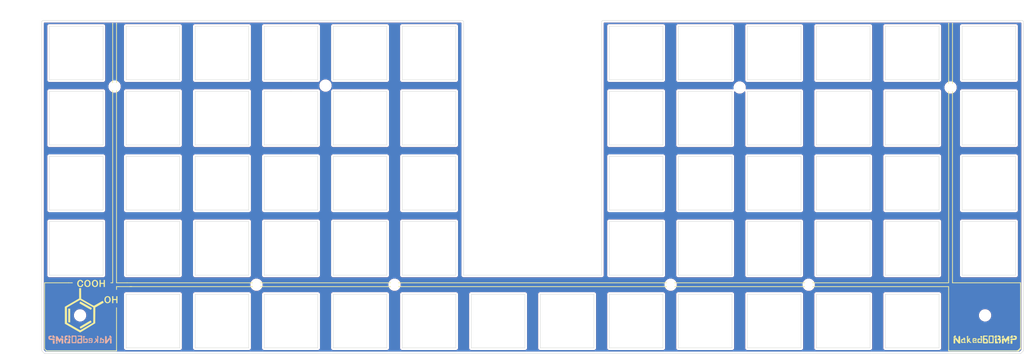
<source format=kicad_pcb>
(kicad_pcb (version 20171130) (host pcbnew "(5.0.1)-3")
  (layers (0 F.Cu signal) (31 B.Cu signal) (34 B.Paste user) (35 F.Paste user) (36 B.SilkS user) (37 F.SilkS user) (38 B.Mask user) (39 F.Mask user) (44 Edge.Cuts user))
  (net 0 "")
  (module logos:salicylic-acid2s (layer F.Cu) (at 32.25 151.75)
    (fp_text reference G*** hide)
    (fp_text value LOGO hide)
  )
  (module logos:60BMPs (layer F.Cu) (at 264.5 161.25)
    (fp_text reference G*** hide)
    (fp_text value LOGO hide)
  )
  (module Mounting_Holes:MountingHole_2.2mm_M2 (layer F.Cu) (at 92.5 95)
    (fp_text reference REF** hide)
    (fp_text value MountingHole_2.2mm_M2)
    (pad 1 np_thru_hole circle (at 0 0) (size 2.2 2.2) (drill 2.2) (layers *.Cu *.Mask))
  )
  (module Mounting_Holes:MountingHole_2.2mm_M2 (layer F.Cu) (at 37.5 95.25)
    (fp_text reference REF** hide)
    (fp_text value MountingHole_2.2mm_M2)
    (pad 1 np_thru_hole circle (at 0 0) (size 2.2 2.2) (drill 2.2) (layers *.Cu *.Mask))
  )
  (module Mounting_Holes:MountingHole_2.2mm_M2 (layer F.Cu) (at 255.5 95.5)
    (fp_text reference REF** hide)
    (fp_text value MountingHole_2.2mm_M2)
    (pad 1 np_thru_hole circle (at 0 0) (size 2.2 2.2) (drill 2.2) (layers *.Cu *.Mask))
  )
  (module Mounting_Holes:MountingHole_2.2mm_M2 (layer F.Cu) (at 200.5 95.5)
    (fp_text reference REF** hide)
    (fp_text value MountingHole_2.2mm_M2)
    (pad 1 np_thru_hole circle (at 0 0) (size 2.2 2.2) (drill 2.2) (layers *.Cu *.Mask))
  )
  (module Mounting_Holes:MountingHole_2.2mm_M2 (layer F.Cu) (at 28.5 155)
    (fp_text reference REF** hide)
    (fp_text value MountingHole_2.2mm_M2)
    (pad 1 np_thru_hole circle (at 0 0) (size 2.2 2.2) (drill 2.2) (layers *.Cu *.Mask))
  )
  (module Mounting_Holes:MountingHole_2.2mm_M2 (layer F.Cu) (at 264.5 155)
    (fp_text reference REF** hide)
    (fp_text value MountingHole_2.2mm_M2)
    (pad 1 np_thru_hole circle (at 0 0) (size 2.2 2.2) (drill 2.2) (layers *.Cu *.Mask))
  )
  (module Mounting_Holes:MountingHole_2.2mm_M2 (layer F.Cu) (at 74.5 147)
    (fp_text reference REF** hide)
    (fp_text value MountingHole_2.2mm_M2)
    (pad 1 np_thru_hole circle (at 0 0) (size 2.2 2.2) (drill 2.2) (layers *.Cu *.Mask))
  )
  (module Mounting_Holes:MountingHole_2.2mm_M2 (layer F.Cu) (at 110.5 147)
    (fp_text reference REF** hide)
    (fp_text value MountingHole_2.2mm_M2)
    (pad 1 np_thru_hole circle (at 0 0) (size 2.2 2.2) (drill 2.2) (layers *.Cu *.Mask))
  )
  (module Mounting_Holes:MountingHole_2.2mm_M2 (layer F.Cu) (at 218.5 147)
    (fp_text reference REF** hide)
    (fp_text value MountingHole_2.2mm_M2)
    (pad 1 np_thru_hole circle (at 0 0) (size 2.2 2.2) (drill 2.2) (layers *.Cu *.Mask))
  )
  (module Mounting_Holes:MountingHole_2.2mm_M2 (layer F.Cu) (at 182.5 147)
    (fp_text reference REF** hide)
    (fp_text value MountingHole_2.2mm_M2)
    (pad 1 np_thru_hole circle (at 0 0) (size 2.2 2.2) (drill 2.2) (layers *.Cu *.Mask))
  )
  (module logos:60BMPs (layer B.Cu) (at 28.5 161.25 180)
    (fp_text reference G*** hide)
    (fp_text value LOGO hide)
  )
  (gr_line (start 164.75 78) (end 164.5 78.25) (layer Edge.Cuts) (width 0.1))
  (gr_line (start 274.5 78.25) (end 274.25 78) (layer Edge.Cuts) (width 0.1))
  (gr_line (start 18.75 78) (end 18.5 78.25) (layer Edge.Cuts) (width 0.1))
  (gr_line (start 128.25 78) (end 128.5 78.25) (layer Edge.Cuts) (width 0.1))
  (gr_line (start 72.5 79.5) (end 72.5 93.5) (layer Edge.Cuts) (width 0.1))
  (gr_line (start 34.5 79.5) (end 34.5 93.5) (layer Edge.Cuts) (width 0.1))
  (gr_line (start 72.5 93.5) (end 58.5 93.5) (layer Edge.Cuts) (width 0.1))
  (gr_line (start 20.5 79.5) (end 20.5 93.5) (layer Edge.Cuts) (width 0.1))
  (gr_line (start 20.5 93.5) (end 34.5 93.5) (layer Edge.Cuts) (width 0.1))
  (gr_line (start 54.5 93.5) (end 40.5 93.5) (layer Edge.Cuts) (width 0.1))
  (gr_line (start 58.5 79.5) (end 72.5 79.5) (layer Edge.Cuts) (width 0.1))
  (gr_line (start 40.5 93.5) (end 40.5 79.5) (layer Edge.Cuts) (width 0.1))
  (gr_line (start 58.5 93.5) (end 58.5 79.5) (layer Edge.Cuts) (width 0.1))
  (gr_line (start 40.5 79.5) (end 54.5 79.5) (layer Edge.Cuts) (width 0.1))
  (gr_line (start 54.5 79.5) (end 54.5 93.5) (layer Edge.Cuts) (width 0.1))
  (gr_line (start 20.5 79.5) (end 34.5 79.5) (layer Edge.Cuts) (width 0.1))
  (gr_line (start 90.5 79.5) (end 90.5 93.5) (layer Edge.Cuts) (width 0.1))
  (gr_line (start 90.5 93.5) (end 76.5 93.5) (layer Edge.Cuts) (width 0.1))
  (gr_line (start 76.5 93.5) (end 76.5 79.5) (layer Edge.Cuts) (width 0.1))
  (gr_line (start 83.5 79.5) (end 76.5 79.5) (layer Edge.Cuts) (width 0.1))
  (gr_line (start 83.5 79.5) (end 90.5 79.5) (layer Edge.Cuts) (width 0.1))
  (gr_line (start 112.5 79.5) (end 126.5 79.5) (layer Edge.Cuts) (width 0.1))
  (gr_line (start 94.5 79.5) (end 101.5 79.5) (layer Edge.Cuts) (width 0.1))
  (gr_line (start 101.5 79.5) (end 108.5 79.5) (layer Edge.Cuts) (width 0.1))
  (gr_line (start 94.5 93.5) (end 94.5 79.5) (layer Edge.Cuts) (width 0.1))
  (gr_line (start 126.5 93.5) (end 112.5 93.5) (layer Edge.Cuts) (width 0.1))
  (gr_line (start 108.5 79.5) (end 108.5 93.5) (layer Edge.Cuts) (width 0.1))
  (gr_line (start 108.5 93.5) (end 94.5 93.5) (layer Edge.Cuts) (width 0.1))
  (gr_line (start 126.5 79.5) (end 126.5 93.5) (layer Edge.Cuts) (width 0.1))
  (gr_line (start 112.5 93.5) (end 112.5 79.5) (layer Edge.Cuts) (width 0.1))
  (gr_line (start 202.5 79.5) (end 216.5 79.5) (layer Edge.Cuts) (width 0.1))
  (gr_line (start 216.5 93.5) (end 202.5 93.5) (layer Edge.Cuts) (width 0.1))
  (gr_line (start 198.5 79.5) (end 198.5 93.5) (layer Edge.Cuts) (width 0.1))
  (gr_line (start 202.5 93.5) (end 202.5 79.5) (layer Edge.Cuts) (width 0.1))
  (gr_line (start 184.5 79.5) (end 198.5 79.5) (layer Edge.Cuts) (width 0.1))
  (gr_line (start 184.5 93.5) (end 184.5 79.5) (layer Edge.Cuts) (width 0.1))
  (gr_line (start 198.5 93.5) (end 184.5 93.5) (layer Edge.Cuts) (width 0.1))
  (gr_line (start 216.5 79.5) (end 216.5 93.5) (layer Edge.Cuts) (width 0.1))
  (gr_line (start 220.5 79.5) (end 234.5 79.5) (layer Edge.Cuts) (width 0.1))
  (gr_line (start 220.5 93.5) (end 220.5 79.5) (layer Edge.Cuts) (width 0.1))
  (gr_line (start 252.5 93.5) (end 238.5 93.5) (layer Edge.Cuts) (width 0.1))
  (gr_line (start 258.5 93.5) (end 258.5 79.5) (layer Edge.Cuts) (width 0.1))
  (gr_line (start 258.5 79.5) (end 272.5 79.5) (layer Edge.Cuts) (width 0.1))
  (gr_line (start 234.5 79.5) (end 234.5 93.5) (layer Edge.Cuts) (width 0.1))
  (gr_line (start 238.5 79.5) (end 252.5 79.5) (layer Edge.Cuts) (width 0.1))
  (gr_line (start 252.5 79.5) (end 252.5 93.5) (layer Edge.Cuts) (width 0.1))
  (gr_line (start 272.5 79.5) (end 272.5 93.5) (layer Edge.Cuts) (width 0.1))
  (gr_line (start 238.5 93.5) (end 238.5 79.5) (layer Edge.Cuts) (width 0.1))
  (gr_line (start 272.5 93.5) (end 258.5 93.5) (layer Edge.Cuts) (width 0.1))
  (gr_line (start 234.5 93.5) (end 220.5 93.5) (layer Edge.Cuts) (width 0.1))
  (gr_line (start 166.5 93.5) (end 166.5 79.5) (layer Edge.Cuts) (width 0.1))
  (gr_line (start 180.5 93.5) (end 166.5 93.5) (layer Edge.Cuts) (width 0.1))
  (gr_line (start 180.5 79.5) (end 180.5 93.5) (layer Edge.Cuts) (width 0.1))
  (gr_line (start 173.5 79.5) (end 180.5 79.5) (layer Edge.Cuts) (width 0.1))
  (gr_line (start 166.5 79.5) (end 173.5 79.5) (layer Edge.Cuts) (width 0.1))
  (gr_line (start 38 146.5) (end 40.75 146.5) (layer F.SilkS) (width 0.2))
  (gr_line (start 38 78.7) (end 38 146.5) (layer F.SilkS) (width 0.2))
  (gr_line (start 37 146.5) (end 37 78.7) (layer F.SilkS) (width 0.2))
  (gr_line (start 36.5 146.5) (end 37 146.5) (layer F.SilkS) (width 0.2))
  (gr_line (start 25.5 146.5) (end 26.5 146.5) (layer F.SilkS) (width 0.2))
  (gr_line (start 38 153) (end 38 164.25) (layer F.SilkS) (width 0.2))
  (gr_line (start 38 147.5) (end 38 148.25) (layer F.SilkS) (width 0.2))
  (gr_line (start 19.25 146.5) (end 25.5 146.5) (layer F.SilkS) (width 0.2))
  (gr_line (start 19.25 163.75) (end 19.25 146.5) (layer F.SilkS) (width 0.2))
  (gr_line (start 19.75 164.25) (end 19.25 163.75) (layer F.SilkS) (width 0.2))
  (gr_line (start 38 164.25) (end 19.75 164.25) (layer F.SilkS) (width 0.2))
  (gr_line (start 38.5 147.5) (end 38 147.5) (layer F.SilkS) (width 0.2))
  (gr_line (start 42 147.5) (end 38.5 147.5) (layer F.SilkS) (width 0.2))
  (gr_line (start 273.75 147) (end 273.75 146.5) (layer F.SilkS) (width 0.2))
  (gr_line (start 256 146.5) (end 256 78.7) (layer F.SilkS) (width 0.2))
  (gr_line (start 256 146.5) (end 273.75 146.5) (layer F.SilkS) (width 0.2))
  (gr_line (start 255 146.5) (end 255 78.7) (layer F.SilkS) (width 0.2))
  (gr_line (start 255 146.5) (end 40.75 146.5) (layer F.SilkS) (width 0.2))
  (gr_line (start 255 147.5) (end 41.5 147.5) (layer F.SilkS) (width 0.2))
  (gr_line (start 255 148.25) (end 255 147.5) (layer F.SilkS) (width 0.2))
  (gr_line (start 273.25 164.25) (end 272.75 164.25) (layer F.SilkS) (width 0.2))
  (gr_line (start 273.75 163.75) (end 273.25 164.25) (layer F.SilkS) (width 0.2))
  (gr_line (start 273.75 163.5) (end 273.75 163.75) (layer F.SilkS) (width 0.2))
  (gr_line (start 255 164.25) (end 255 164) (layer F.SilkS) (width 0.2))
  (gr_line (start 273 164.25) (end 255 164.25) (layer F.SilkS) (width 0.2))
  (gr_line (start 273.25 164) (end 273 164.25) (layer F.SilkS) (width 0.2))
  (gr_line (start 273.75 163.5) (end 273.25 164) (layer F.SilkS) (width 0.2))
  (gr_line (start 273.75 147) (end 273.75 163.5) (layer F.SilkS) (width 0.2))
  (gr_line (start 255 164) (end 255 148.25) (layer F.SilkS) (width 0.2))
  (gr_line (start 18.75 78) (end 128.25 78) (layer Edge.Cuts) (width 0.1))
  (gr_line (start 18.5 78.25) (end 18.5 164.25) (layer Edge.Cuts) (width 0.1))
  (gr_line (start 274.25 78) (end 164.75 78) (layer Edge.Cuts) (width 0.1))
  (gr_line (start 128.5 144.5) (end 128.5 78.25) (layer Edge.Cuts) (width 0.1))
  (gr_line (start 164.5 144.5) (end 128.5 144.5) (layer Edge.Cuts) (width 0.1))
  (gr_line (start 164.5 78.25) (end 164.5 144.5) (layer Edge.Cuts) (width 0.1))
  (gr_line (start 258.5 144.5) (end 258.5 130.5) (layer Edge.Cuts) (width 0.1))
  (gr_line (start 272.5 144.5) (end 258.5 144.5) (layer Edge.Cuts) (width 0.1))
  (gr_line (start 272.5 130.5) (end 272.5 144.5) (layer Edge.Cuts) (width 0.1))
  (gr_line (start 258.5 130.5) (end 272.5 130.5) (layer Edge.Cuts) (width 0.1))
  (gr_line (start 258.5 127.5) (end 258.5 113.5) (layer Edge.Cuts) (width 0.1))
  (gr_line (start 272.5 127.5) (end 258.5 127.5) (layer Edge.Cuts) (width 0.1))
  (gr_line (start 272.5 113.5) (end 272.5 127.5) (layer Edge.Cuts) (width 0.1))
  (gr_line (start 258.5 113.5) (end 272.5 113.5) (layer Edge.Cuts) (width 0.1))
  (gr_line (start 258.5 110.5) (end 258.5 96.5) (layer Edge.Cuts) (width 0.1))
  (gr_line (start 272.5 110.5) (end 258.5 110.5) (layer Edge.Cuts) (width 0.1))
  (gr_line (start 272.5 96.5) (end 272.5 110.5) (layer Edge.Cuts) (width 0.1))
  (gr_line (start 258.5 96.5) (end 272.5 96.5) (layer Edge.Cuts) (width 0.1))
  (gr_line (start 238.5 110.5) (end 238.5 96.5) (layer Edge.Cuts) (width 0.1))
  (gr_line (start 252.5 110.5) (end 238.5 110.5) (layer Edge.Cuts) (width 0.1))
  (gr_line (start 252.5 96.5) (end 252.5 110.5) (layer Edge.Cuts) (width 0.1))
  (gr_line (start 238.5 96.5) (end 252.5 96.5) (layer Edge.Cuts) (width 0.1))
  (gr_line (start 220.5 110.5) (end 220.5 96.5) (layer Edge.Cuts) (width 0.1))
  (gr_line (start 234.5 110.5) (end 220.5 110.5) (layer Edge.Cuts) (width 0.1))
  (gr_line (start 234.5 96.5) (end 234.5 110.5) (layer Edge.Cuts) (width 0.1))
  (gr_line (start 220.5 96.5) (end 234.5 96.5) (layer Edge.Cuts) (width 0.1))
  (gr_line (start 238.5 127.5) (end 238.5 113.5) (layer Edge.Cuts) (width 0.1))
  (gr_line (start 252.5 127.5) (end 238.5 127.5) (layer Edge.Cuts) (width 0.1))
  (gr_line (start 252.5 113.5) (end 252.5 127.5) (layer Edge.Cuts) (width 0.1))
  (gr_line (start 238.5 113.5) (end 252.5 113.5) (layer Edge.Cuts) (width 0.1))
  (gr_line (start 238.5 144.5) (end 238.5 130.5) (layer Edge.Cuts) (width 0.1))
  (gr_line (start 252.5 144.5) (end 238.5 144.5) (layer Edge.Cuts) (width 0.1))
  (gr_line (start 252.5 130.5) (end 252.5 144.5) (layer Edge.Cuts) (width 0.1))
  (gr_line (start 238.5 130.5) (end 252.5 130.5) (layer Edge.Cuts) (width 0.1))
  (gr_line (start 220.5 113.5) (end 220.5 127.5) (layer Edge.Cuts) (width 0.1))
  (gr_line (start 234.5 113.5) (end 220.5 113.5) (layer Edge.Cuts) (width 0.1))
  (gr_line (start 234.5 127.5) (end 234.5 113.5) (layer Edge.Cuts) (width 0.1))
  (gr_line (start 220.5 127.5) (end 234.5 127.5) (layer Edge.Cuts) (width 0.1))
  (gr_line (start 220.5 144.5) (end 220.5 130.5) (layer Edge.Cuts) (width 0.1))
  (gr_line (start 234.5 144.5) (end 220.5 144.5) (layer Edge.Cuts) (width 0.1))
  (gr_line (start 234.5 130.5) (end 234.5 144.5) (layer Edge.Cuts) (width 0.1))
  (gr_line (start 220.5 130.5) (end 234.5 130.5) (layer Edge.Cuts) (width 0.1))
  (gr_line (start 202.5 130.5) (end 216.5 130.5) (layer Edge.Cuts) (width 0.1))
  (gr_line (start 202.5 144.5) (end 202.5 130.5) (layer Edge.Cuts) (width 0.1))
  (gr_line (start 216.5 144.5) (end 202.5 144.5) (layer Edge.Cuts) (width 0.1))
  (gr_line (start 216.5 130.5) (end 216.5 144.5) (layer Edge.Cuts) (width 0.1))
  (gr_line (start 216.5 127.5) (end 216.5 113.5) (layer Edge.Cuts) (width 0.1))
  (gr_line (start 202.5 127.5) (end 216.5 127.5) (layer Edge.Cuts) (width 0.1))
  (gr_line (start 202.5 113.5) (end 202.5 127.5) (layer Edge.Cuts) (width 0.1))
  (gr_line (start 216.5 113.5) (end 202.5 113.5) (layer Edge.Cuts) (width 0.1))
  (gr_line (start 202.5 110.5) (end 202.5 96.5) (layer Edge.Cuts) (width 0.1))
  (gr_line (start 216.5 110.5) (end 202.5 110.5) (layer Edge.Cuts) (width 0.1))
  (gr_line (start 216.5 96.5) (end 216.5 110.5) (layer Edge.Cuts) (width 0.1))
  (gr_line (start 202.5 96.5) (end 216.5 96.5) (layer Edge.Cuts) (width 0.1))
  (gr_line (start 184.5 110.5) (end 184.5 96.5) (layer Edge.Cuts) (width 0.1))
  (gr_line (start 198.5 110.5) (end 184.5 110.5) (layer Edge.Cuts) (width 0.1))
  (gr_line (start 198.5 96.5) (end 198.5 110.5) (layer Edge.Cuts) (width 0.1))
  (gr_line (start 184.5 96.5) (end 198.5 96.5) (layer Edge.Cuts) (width 0.1))
  (gr_line (start 184.5 127.5) (end 184.5 113.5) (layer Edge.Cuts) (width 0.1))
  (gr_line (start 198.5 127.5) (end 184.5 127.5) (layer Edge.Cuts) (width 0.1))
  (gr_line (start 198.5 113.5) (end 198.5 127.5) (layer Edge.Cuts) (width 0.1))
  (gr_line (start 184.5 113.5) (end 198.5 113.5) (layer Edge.Cuts) (width 0.1))
  (gr_line (start 184.5 144.5) (end 184.5 130.5) (layer Edge.Cuts) (width 0.1))
  (gr_line (start 198.5 144.5) (end 184.5 144.5) (layer Edge.Cuts) (width 0.1))
  (gr_line (start 198.5 130.5) (end 198.5 144.5) (layer Edge.Cuts) (width 0.1))
  (gr_line (start 184.5 130.5) (end 198.5 130.5) (layer Edge.Cuts) (width 0.1))
  (gr_line (start 238.5 163.5) (end 238.5 149.5) (layer Edge.Cuts) (width 0.1))
  (gr_line (start 252.5 163.5) (end 238.5 163.5) (layer Edge.Cuts) (width 0.1))
  (gr_line (start 252.5 149.5) (end 252.5 163.5) (layer Edge.Cuts) (width 0.1))
  (gr_line (start 238.5 149.5) (end 252.5 149.5) (layer Edge.Cuts) (width 0.1))
  (gr_line (start 220.5 163.5) (end 220.5 149.5) (layer Edge.Cuts) (width 0.1))
  (gr_line (start 234.5 163.5) (end 220.5 163.5) (layer Edge.Cuts) (width 0.1))
  (gr_line (start 234.5 149.5) (end 234.5 163.5) (layer Edge.Cuts) (width 0.1))
  (gr_line (start 220.5 149.5) (end 234.5 149.5) (layer Edge.Cuts) (width 0.1))
  (gr_line (start 202.5 163.5) (end 202.5 149.5) (layer Edge.Cuts) (width 0.1))
  (gr_line (start 216.5 163.5) (end 202.5 163.5) (layer Edge.Cuts) (width 0.1))
  (gr_line (start 216.5 149.5) (end 216.5 163.5) (layer Edge.Cuts) (width 0.1))
  (gr_line (start 202.5 149.5) (end 216.5 149.5) (layer Edge.Cuts) (width 0.1))
  (gr_line (start 184.5 163.5) (end 184.5 149.5) (layer Edge.Cuts) (width 0.1))
  (gr_line (start 198.5 163.5) (end 184.5 163.5) (layer Edge.Cuts) (width 0.1))
  (gr_line (start 198.5 149.5) (end 198.5 163.5) (layer Edge.Cuts) (width 0.1))
  (gr_line (start 184.5 149.5) (end 198.5 149.5) (layer Edge.Cuts) (width 0.1))
  (gr_line (start 166.5 163.5) (end 166.5 149.5) (layer Edge.Cuts) (width 0.1))
  (gr_line (start 180.5 163.5) (end 166.5 163.5) (layer Edge.Cuts) (width 0.1))
  (gr_line (start 180.5 149.5) (end 180.5 163.5) (layer Edge.Cuts) (width 0.1))
  (gr_line (start 166.5 149.5) (end 180.5 149.5) (layer Edge.Cuts) (width 0.1))
  (gr_line (start 166.5 144.5) (end 166.5 130.5) (layer Edge.Cuts) (width 0.1))
  (gr_line (start 180.5 144.5) (end 166.5 144.5) (layer Edge.Cuts) (width 0.1))
  (gr_line (start 180.5 130.5) (end 180.5 144.5) (layer Edge.Cuts) (width 0.1))
  (gr_line (start 166.5 130.5) (end 180.5 130.5) (layer Edge.Cuts) (width 0.1))
  (gr_line (start 166.5 127.5) (end 166.5 113.5) (layer Edge.Cuts) (width 0.1))
  (gr_line (start 180.5 127.5) (end 166.5 127.5) (layer Edge.Cuts) (width 0.1))
  (gr_line (start 180.5 113.5) (end 180.5 127.5) (layer Edge.Cuts) (width 0.1))
  (gr_line (start 166.5 113.5) (end 180.5 113.5) (layer Edge.Cuts) (width 0.1))
  (gr_line (start 166.5 96.5) (end 173.5 96.5) (layer Edge.Cuts) (width 0.1))
  (gr_line (start 166.5 110.5) (end 166.5 96.5) (layer Edge.Cuts) (width 0.1))
  (gr_line (start 180.5 110.5) (end 166.5 110.5) (layer Edge.Cuts) (width 0.1))
  (gr_line (start 180.5 96.5) (end 180.5 110.5) (layer Edge.Cuts) (width 0.1))
  (gr_line (start 173.5 96.5) (end 180.5 96.5) (layer Edge.Cuts) (width 0.1))
  (gr_line (start 148.5 163.5) (end 148.5 149.5) (layer Edge.Cuts) (width 0.1))
  (gr_line (start 162.5 163.5) (end 148.5 163.5) (layer Edge.Cuts) (width 0.1))
  (gr_line (start 162.5 149.5) (end 162.5 163.5) (layer Edge.Cuts) (width 0.1))
  (gr_line (start 148.5 149.5) (end 162.5 149.5) (layer Edge.Cuts) (width 0.1))
  (gr_line (start 130.5 163.5) (end 130.5 149.5) (layer Edge.Cuts) (width 0.1))
  (gr_line (start 144.5 163.5) (end 130.5 163.5) (layer Edge.Cuts) (width 0.1))
  (gr_line (start 144.5 149.5) (end 144.5 163.5) (layer Edge.Cuts) (width 0.1))
  (gr_line (start 130.5 149.5) (end 144.5 149.5) (layer Edge.Cuts) (width 0.1))
  (gr_line (start 112.5 163.5) (end 112.5 149.5) (layer Edge.Cuts) (width 0.1))
  (gr_line (start 126.5 163.5) (end 112.5 163.5) (layer Edge.Cuts) (width 0.1))
  (gr_line (start 126.5 149.5) (end 126.5 163.5) (layer Edge.Cuts) (width 0.1))
  (gr_line (start 112.5 149.5) (end 126.5 149.5) (layer Edge.Cuts) (width 0.1))
  (gr_line (start 112.5 144.5) (end 112.5 130.5) (layer Edge.Cuts) (width 0.1))
  (gr_line (start 126.5 144.5) (end 112.5 144.5) (layer Edge.Cuts) (width 0.1))
  (gr_line (start 126.5 130.5) (end 126.5 144.5) (layer Edge.Cuts) (width 0.1))
  (gr_line (start 112.5 130.5) (end 126.5 130.5) (layer Edge.Cuts) (width 0.1))
  (gr_line (start 126.5 127.5) (end 126.5 113.5) (layer Edge.Cuts) (width 0.1))
  (gr_line (start 112.5 127.5) (end 126.5 127.5) (layer Edge.Cuts) (width 0.1))
  (gr_line (start 112.5 113.5) (end 112.5 127.5) (layer Edge.Cuts) (width 0.1))
  (gr_line (start 126.5 113.5) (end 112.5 113.5) (layer Edge.Cuts) (width 0.1))
  (gr_line (start 112.5 110.5) (end 112.5 96.5) (layer Edge.Cuts) (width 0.1))
  (gr_line (start 126.5 110.5) (end 112.5 110.5) (layer Edge.Cuts) (width 0.1))
  (gr_line (start 126.5 96.5) (end 126.5 110.5) (layer Edge.Cuts) (width 0.1))
  (gr_line (start 112.5 96.5) (end 126.5 96.5) (layer Edge.Cuts) (width 0.1))
  (gr_line (start 94.5 163.5) (end 94.5 149.5) (layer Edge.Cuts) (width 0.1))
  (gr_line (start 108.5 163.5) (end 94.5 163.5) (layer Edge.Cuts) (width 0.1))
  (gr_line (start 108.5 149.5) (end 108.5 163.5) (layer Edge.Cuts) (width 0.1))
  (gr_line (start 94.5 149.5) (end 108.5 149.5) (layer Edge.Cuts) (width 0.1))
  (gr_line (start 94.5 144.5) (end 94.5 130.5) (layer Edge.Cuts) (width 0.1))
  (gr_line (start 108.5 144.5) (end 94.5 144.5) (layer Edge.Cuts) (width 0.1))
  (gr_line (start 108.5 130.5) (end 108.5 144.5) (layer Edge.Cuts) (width 0.1))
  (gr_line (start 94.5 130.5) (end 108.5 130.5) (layer Edge.Cuts) (width 0.1))
  (gr_line (start 94.5 127.5) (end 94.5 113.5) (layer Edge.Cuts) (width 0.1))
  (gr_line (start 108.5 127.5) (end 94.5 127.5) (layer Edge.Cuts) (width 0.1))
  (gr_line (start 108.5 113.5) (end 108.5 127.5) (layer Edge.Cuts) (width 0.1))
  (gr_line (start 94.5 113.5) (end 108.5 113.5) (layer Edge.Cuts) (width 0.1))
  (gr_line (start 94.5 96.5) (end 101.5 96.5) (layer Edge.Cuts) (width 0.1))
  (gr_line (start 94.5 110.5) (end 94.5 96.5) (layer Edge.Cuts) (width 0.1))
  (gr_line (start 108.5 110.5) (end 94.5 110.5) (layer Edge.Cuts) (width 0.1))
  (gr_line (start 108.5 96.5) (end 108.5 110.5) (layer Edge.Cuts) (width 0.1))
  (gr_line (start 101.5 96.5) (end 108.5 96.5) (layer Edge.Cuts) (width 0.1))
  (gr_line (start 76.5 163.5) (end 76.5 149.5) (layer Edge.Cuts) (width 0.1))
  (gr_line (start 90.5 163.5) (end 76.5 163.5) (layer Edge.Cuts) (width 0.1))
  (gr_line (start 90.5 149.5) (end 90.5 163.5) (layer Edge.Cuts) (width 0.1))
  (gr_line (start 76.5 149.5) (end 90.5 149.5) (layer Edge.Cuts) (width 0.1))
  (gr_line (start 76.5 144.5) (end 76.5 130.5) (layer Edge.Cuts) (width 0.1))
  (gr_line (start 90.5 144.5) (end 76.5 144.5) (layer Edge.Cuts) (width 0.1))
  (gr_line (start 90.5 130.5) (end 90.5 144.5) (layer Edge.Cuts) (width 0.1))
  (gr_line (start 76.5 130.5) (end 90.5 130.5) (layer Edge.Cuts) (width 0.1))
  (gr_line (start 76.5 127.5) (end 76.5 113.5) (layer Edge.Cuts) (width 0.1))
  (gr_line (start 90.5 127.5) (end 76.5 127.5) (layer Edge.Cuts) (width 0.1))
  (gr_line (start 90.5 113.5) (end 90.5 127.5) (layer Edge.Cuts) (width 0.1))
  (gr_line (start 76.5 113.5) (end 90.5 113.5) (layer Edge.Cuts) (width 0.1))
  (gr_line (start 83.5 96.5) (end 76.5 96.5) (layer Edge.Cuts) (width 0.1))
  (gr_line (start 76.5 110.5) (end 76.5 96.5) (layer Edge.Cuts) (width 0.1))
  (gr_line (start 90.5 110.5) (end 76.5 110.5) (layer Edge.Cuts) (width 0.1))
  (gr_line (start 90.5 96.5) (end 90.5 110.5) (layer Edge.Cuts) (width 0.1))
  (gr_line (start 83.5 96.5) (end 90.5 96.5) (layer Edge.Cuts) (width 0.1))
  (gr_line (start 58.5 163.5) (end 58.5 149.5) (layer Edge.Cuts) (width 0.1))
  (gr_line (start 72.5 163.5) (end 58.5 163.5) (layer Edge.Cuts) (width 0.1))
  (gr_line (start 72.5 149.5) (end 72.5 163.5) (layer Edge.Cuts) (width 0.1))
  (gr_line (start 58.5 149.5) (end 72.5 149.5) (layer Edge.Cuts) (width 0.1))
  (gr_line (start 58.5 130.5) (end 58.5 144.5) (layer Edge.Cuts) (width 0.1))
  (gr_line (start 72.5 144.5) (end 58.5 144.5) (layer Edge.Cuts) (width 0.1))
  (gr_line (start 72.5 130.5) (end 72.5 144.5) (layer Edge.Cuts) (width 0.1))
  (gr_line (start 58.5 130.5) (end 72.5 130.5) (layer Edge.Cuts) (width 0.1))
  (gr_line (start 58.5 127.5) (end 58.5 113.5) (layer Edge.Cuts) (width 0.1))
  (gr_line (start 72.5 127.5) (end 58.5 127.5) (layer Edge.Cuts) (width 0.1))
  (gr_line (start 72.5 113.5) (end 72.5 127.5) (layer Edge.Cuts) (width 0.1))
  (gr_line (start 58.5 113.5) (end 72.5 113.5) (layer Edge.Cuts) (width 0.1))
  (gr_line (start 58.5 110.5) (end 58.5 96.5) (layer Edge.Cuts) (width 0.1))
  (gr_line (start 72.5 110.5) (end 58.5 110.5) (layer Edge.Cuts) (width 0.1))
  (gr_line (start 72.5 96.5) (end 72.5 110.5) (layer Edge.Cuts) (width 0.1))
  (gr_line (start 58.5 96.5) (end 72.5 96.5) (layer Edge.Cuts) (width 0.1))
  (gr_line (start 40.5 149.5) (end 54.5 149.5) (layer Edge.Cuts) (width 0.1))
  (gr_line (start 40.5 163.5) (end 40.5 149.5) (layer Edge.Cuts) (width 0.1))
  (gr_line (start 54.5 163.5) (end 40.5 163.5) (layer Edge.Cuts) (width 0.1))
  (gr_line (start 54.5 149.5) (end 54.5 163.5) (layer Edge.Cuts) (width 0.1))
  (gr_line (start 40.5 144.5) (end 40.5 130.5) (layer Edge.Cuts) (width 0.1))
  (gr_line (start 54.5 144.5) (end 40.5 144.5) (layer Edge.Cuts) (width 0.1))
  (gr_line (start 54.5 130.5) (end 54.5 144.5) (layer Edge.Cuts) (width 0.1))
  (gr_line (start 40.5 130.5) (end 54.5 130.5) (layer Edge.Cuts) (width 0.1))
  (gr_line (start 40.5 127.5) (end 40.5 113.5) (layer Edge.Cuts) (width 0.1))
  (gr_line (start 54.5 127.5) (end 40.5 127.5) (layer Edge.Cuts) (width 0.1))
  (gr_line (start 54.5 113.5) (end 54.5 127.5) (layer Edge.Cuts) (width 0.1))
  (gr_line (start 40.5 113.5) (end 54.5 113.5) (layer Edge.Cuts) (width 0.1))
  (gr_line (start 40.5 110.5) (end 40.5 96.5) (layer Edge.Cuts) (width 0.1))
  (gr_line (start 54.5 110.5) (end 40.5 110.5) (layer Edge.Cuts) (width 0.1))
  (gr_line (start 54.5 96.5) (end 54.5 110.5) (layer Edge.Cuts) (width 0.1))
  (gr_line (start 40.5 96.5) (end 54.5 96.5) (layer Edge.Cuts) (width 0.1))
  (gr_line (start 34.5 130.5) (end 34.5 144.5) (layer Edge.Cuts) (width 0.1))
  (gr_line (start 20.5 130.5) (end 34.5 130.5) (layer Edge.Cuts) (width 0.1))
  (gr_line (start 20.5 144.5) (end 34.5 144.5) (layer Edge.Cuts) (width 0.1))
  (gr_line (start 20.5 130.5) (end 20.5 144.5) (layer Edge.Cuts) (width 0.1))
  (gr_line (start 34.5 113.5) (end 34.5 127.5) (layer Edge.Cuts) (width 0.1))
  (gr_line (start 20.5 113.5) (end 34.5 113.5) (layer Edge.Cuts) (width 0.1))
  (gr_line (start 20.5 127.5) (end 34.5 127.5) (layer Edge.Cuts) (width 0.1))
  (gr_line (start 20.5 113.5) (end 20.5 127.5) (layer Edge.Cuts) (width 0.1))
  (gr_line (start 34.5 96.5) (end 34.5 110.5) (layer Edge.Cuts) (width 0.1))
  (gr_line (start 20.5 96.5) (end 34.5 96.5) (layer Edge.Cuts) (width 0.1))
  (gr_line (start 20.5 110.5) (end 34.5 110.5) (layer Edge.Cuts) (width 0.1))
  (gr_line (start 20.5 96.5) (end 20.5 110.5) (layer Edge.Cuts) (width 0.1))
  (gr_line (start 273.75 165) (end 270.75 165) (layer Edge.Cuts) (width 0.1))
  (gr_line (start 274.5 164.25) (end 273.75 165) (layer Edge.Cuts) (width 0.1))
  (gr_line (start 274.5 78.25) (end 274.5 164.25) (layer Edge.Cuts) (width 0.1))
  (gr_line (start 19.25 165) (end 270.75 165) (layer Edge.Cuts) (width 0.1))
  (gr_line (start 18.5 164.25) (end 19.25 165) (layer Edge.Cuts) (width 0.1))
  (zone (net 0) (net_name "") (layers F&B.Cu) (connect_pads (clearance 0.508)) (min_thickness 0.254)
    (keepout (tracks not_allowed) (vias not_allowed) (copperpour not_allowed))
    (fill (arc_segments 16) (thermal_gap 0.508) (thermal_bridge_width 0.508))
    (polygon (pts (xy 198.5 113.5) (xy 198.5 127.5) (xy 184.5 127.5) (xy 184.5 113.5)))
  )
  (zone (net 0) (net_name "") (layers F&B.Cu) (connect_pads (clearance 0.508)) (min_thickness 0.254)
    (keepout (tracks not_allowed) (vias not_allowed) (copperpour not_allowed))
    (fill (arc_segments 16) (thermal_gap 0.508) (thermal_bridge_width 0.508))
    (polygon (pts (xy 198.5 110.5) (xy 184.5 110.5) (xy 184.5 96.5) (xy 198.5 96.5)))
  )
  (zone (net 0) (net_name "") (layers F&B.Cu) (connect_pads (clearance 0.508)) (min_thickness 0.254)
    (keepout (tracks not_allowed) (vias not_allowed) (copperpour not_allowed))
    (fill (arc_segments 16) (thermal_gap 0.508) (thermal_bridge_width 0.508))
    (polygon (pts (xy 202.5 110.5) (xy 216.5 110.5) (xy 216.5 96.5) (xy 202.5 96.5)))
  )
  (zone (net 0) (net_name "") (layers F&B.Cu) (connect_pads (clearance 0.508)) (min_thickness 0.254)
    (keepout (tracks not_allowed) (vias not_allowed) (copperpour not_allowed))
    (fill (arc_segments 16) (thermal_gap 0.508) (thermal_bridge_width 0.508))
    (polygon (pts (xy 220.5 96.5) (xy 234.5 96.5) (xy 234.5 110.5) (xy 220.5 110.5)))
  )
  (zone (net 0) (net_name "") (layers F&B.Cu) (connect_pads (clearance 0.508)) (min_thickness 0.254)
    (keepout (tracks not_allowed) (vias not_allowed) (copperpour not_allowed))
    (fill (arc_segments 16) (thermal_gap 0.508) (thermal_bridge_width 0.508))
    (polygon (pts (xy 238.5 96.5) (xy 252.5 96.5) (xy 252.5 110.5) (xy 238.5 110.5) (xy 238.5 96.55)))
  )
  (zone (net 0) (net_name "") (layers F&B.Cu) (connect_pads (clearance 0.508)) (min_thickness 0.254)
    (keepout (tracks not_allowed) (vias not_allowed) (copperpour not_allowed))
    (fill (arc_segments 16) (thermal_gap 0.508) (thermal_bridge_width 0.508))
    (polygon (pts (xy 258.5 96.5) (xy 272.5 96.5) (xy 272.5 110.5) (xy 258.5 110.5)))
  )
  (zone (net 0) (net_name "") (layers F&B.Cu) (connect_pads (clearance 0.508)) (min_thickness 0.254)
    (keepout (tracks not_allowed) (vias not_allowed) (copperpour not_allowed))
    (fill (arc_segments 16) (thermal_gap 0.508) (thermal_bridge_width 0.508))
    (polygon (pts (xy 258.5 113.5) (xy 272.5 113.5) (xy 272.5 127.5) (xy 258.5 127.5)))
  )
  (zone (net 0) (net_name "") (layers F&B.Cu) (connect_pads (clearance 0.508)) (min_thickness 0.254)
    (keepout (tracks not_allowed) (vias not_allowed) (copperpour not_allowed))
    (fill (arc_segments 16) (thermal_gap 0.508) (thermal_bridge_width 0.508))
    (polygon (pts (xy 252.5 113.5) (xy 252.5 127.5) (xy 238.5 127.5) (xy 238.5 113.5)))
  )
  (zone (net 0) (net_name "") (layers F&B.Cu) (connect_pads (clearance 0.508)) (min_thickness 0.254)
    (keepout (tracks not_allowed) (vias not_allowed) (copperpour not_allowed))
    (fill (arc_segments 16) (thermal_gap 0.508) (thermal_bridge_width 0.508))
    (polygon (pts (xy 220.5 113.5) (xy 220.5 127.5) (xy 234.5 127.5) (xy 234.5 113.5)))
  )
  (zone (net 0) (net_name "") (layers F&B.Cu) (connect_pads (clearance 0.508)) (min_thickness 0.254)
    (keepout (tracks not_allowed) (vias not_allowed) (copperpour not_allowed))
    (fill (arc_segments 16) (thermal_gap 0.508) (thermal_bridge_width 0.508))
    (polygon (pts (xy 216.5 113.5) (xy 216.5 127.5) (xy 202.5 127.5) (xy 202.5 113.5)))
  )
  (zone (net 0) (net_name "") (layers F&B.Cu) (connect_pads (clearance 0.508)) (min_thickness 0.254)
    (keepout (tracks not_allowed) (vias not_allowed) (copperpour not_allowed))
    (fill (arc_segments 16) (thermal_gap 0.508) (thermal_bridge_width 0.508))
    (polygon (pts (xy 258.5 130.5) (xy 272.5 130.5) (xy 272.5 144.5) (xy 258.5 144.5)))
  )
  (zone (net 0) (net_name "") (layers F&B.Cu) (connect_pads (clearance 0.508)) (min_thickness 0.254)
    (keepout (tracks not_allowed) (vias not_allowed) (copperpour not_allowed))
    (fill (arc_segments 16) (thermal_gap 0.508) (thermal_bridge_width 0.508))
    (polygon (pts (xy 252.5 130.5) (xy 252.5 144.5) (xy 238.5 144.5) (xy 238.5 130.5)))
  )
  (zone (net 0) (net_name "") (layers F&B.Cu) (connect_pads (clearance 0.508)) (min_thickness 0.254)
    (keepout (tracks not_allowed) (vias not_allowed) (copperpour not_allowed))
    (fill (arc_segments 16) (thermal_gap 0.508) (thermal_bridge_width 0.508))
    (polygon (pts (xy 220.5 130.5) (xy 220.5 144.5) (xy 234.5 144.5) (xy 234.5 130.5)))
  )
  (zone (net 0) (net_name "") (layers F&B.Cu) (connect_pads (clearance 0.508)) (min_thickness 0.254)
    (keepout (tracks not_allowed) (vias not_allowed) (copperpour not_allowed))
    (fill (arc_segments 16) (thermal_gap 0.508) (thermal_bridge_width 0.508))
    (polygon (pts (xy 202.5 130.5) (xy 202.5 144.5) (xy 216.5 144.5) (xy 216.5 130.5)))
  )
  (zone (net 0) (net_name "") (layers F&B.Cu) (connect_pads (clearance 0.508)) (min_thickness 0.254)
    (keepout (tracks not_allowed) (vias not_allowed) (copperpour not_allowed))
    (fill (arc_segments 16) (thermal_gap 0.508) (thermal_bridge_width 0.508))
    (polygon (pts (xy 198.5 130.5) (xy 198.5 144.5) (xy 184.5 144.5) (xy 184.5 130.5)))
  )
  (zone (net 0) (net_name "") (layers F&B.Cu) (connect_pads (clearance 0.508)) (min_thickness 0.254)
    (keepout (tracks not_allowed) (vias not_allowed) (copperpour not_allowed))
    (fill (arc_segments 16) (thermal_gap 0.508) (thermal_bridge_width 0.508))
    (polygon (pts (xy 166.5 130.5) (xy 166.5 144.5) (xy 180.5 144.5) (xy 180.5 130.5)))
  )
  (zone (net 0) (net_name "") (layers F&B.Cu) (connect_pads (clearance 0.508)) (min_thickness 0.254)
    (keepout (tracks not_allowed) (vias not_allowed) (copperpour not_allowed))
    (fill (arc_segments 16) (thermal_gap 0.508) (thermal_bridge_width 0.508))
    (polygon (pts (xy 166.5 113.55) (xy 166.5 127.5) (xy 180.5 127.5) (xy 180.5 113.5) (xy 166.5 113.5)))
  )
  (zone (net 0) (net_name "") (layers F&B.Cu) (connect_pads (clearance 0.508)) (min_thickness 0.254)
    (keepout (tracks not_allowed) (vias not_allowed) (copperpour not_allowed))
    (fill (arc_segments 16) (thermal_gap 0.508) (thermal_bridge_width 0.508))
    (polygon (pts (xy 180.5 96.5) (xy 180.5 110.5) (xy 166.5 110.5) (xy 166.5 96.5) (xy 180.45 96.5)))
  )
  (zone (net 0) (net_name "") (layers F&B.Cu) (connect_pads (clearance 0.508)) (min_thickness 0.254)
    (keepout (tracks not_allowed) (vias not_allowed) (copperpour not_allowed))
    (fill (arc_segments 16) (thermal_gap 0.508) (thermal_bridge_width 0.508))
    (polygon (pts (xy 252.5 149.55) (xy 252.5 163.5) (xy 238.5 163.5) (xy 238.5 149.5) (xy 252.5 149.5)))
  )
  (zone (net 0) (net_name "") (layers F&B.Cu) (connect_pads (clearance 0.508)) (min_thickness 0.254)
    (keepout (tracks not_allowed) (vias not_allowed) (copperpour not_allowed))
    (fill (arc_segments 16) (thermal_gap 0.508) (thermal_bridge_width 0.508))
    (polygon (pts (xy 234.5 149.5) (xy 234.5 163.5) (xy 220.5 163.5) (xy 220.5 149.5)))
  )
  (zone (net 0) (net_name "") (layers F&B.Cu) (connect_pads (clearance 0.508)) (min_thickness 0.254)
    (keepout (tracks not_allowed) (vias not_allowed) (copperpour not_allowed))
    (fill (arc_segments 16) (thermal_gap 0.508) (thermal_bridge_width 0.508))
    (polygon (pts (xy 202.5 149.5) (xy 202.5 163.5) (xy 216.5 163.5) (xy 216.5 149.5)))
  )
  (zone (net 0) (net_name "") (layers F&B.Cu) (connect_pads (clearance 0.508)) (min_thickness 0.254)
    (keepout (tracks not_allowed) (vias not_allowed) (copperpour not_allowed))
    (fill (arc_segments 16) (thermal_gap 0.508) (thermal_bridge_width 0.508))
    (polygon (pts (xy 184.5 149.5) (xy 184.5 163.5) (xy 198.5 163.5) (xy 198.5 149.5)))
  )
  (zone (net 0) (net_name "") (layers F&B.Cu) (connect_pads (clearance 0.508)) (min_thickness 0.254)
    (keepout (tracks not_allowed) (vias not_allowed) (copperpour not_allowed))
    (fill (arc_segments 16) (thermal_gap 0.508) (thermal_bridge_width 0.508))
    (polygon (pts (xy 166.5 149.5) (xy 166.5 163.5) (xy 180.5 163.5) (xy 180.5 149.5)))
  )
  (zone (net 0) (net_name "") (layers F&B.Cu) (connect_pads (clearance 0.508)) (min_thickness 0.254)
    (keepout (tracks not_allowed) (vias not_allowed) (copperpour not_allowed))
    (fill (arc_segments 16) (thermal_gap 0.508) (thermal_bridge_width 0.508))
    (polygon (pts (xy 148.5 149.5) (xy 148.5 163.5) (xy 162.5 163.5) (xy 162.5 149.5)))
  )
  (zone (net 0) (net_name "") (layers F&B.Cu) (connect_pads (clearance 0.508)) (min_thickness 0.254)
    (keepout (tracks not_allowed) (vias not_allowed) (copperpour not_allowed))
    (fill (arc_segments 16) (thermal_gap 0.508) (thermal_bridge_width 0.508))
    (polygon (pts (xy 144.5 149.5) (xy 144.5 163.5) (xy 130.5 163.5) (xy 130.5 149.5)))
  )
  (zone (net 0) (net_name "") (layers F&B.Cu) (connect_pads (clearance 0.508)) (min_thickness 0.254)
    (keepout (tracks not_allowed) (vias not_allowed) (copperpour not_allowed))
    (fill (arc_segments 16) (thermal_gap 0.508) (thermal_bridge_width 0.508))
    (polygon (pts (xy 112.5 149.5) (xy 112.5 163.5) (xy 126.5 163.5) (xy 126.5 149.5)))
  )
  (zone (net 0) (net_name "") (layers F&B.Cu) (connect_pads (clearance 0.508)) (min_thickness 0.254)
    (keepout (tracks not_allowed) (vias not_allowed) (copperpour not_allowed))
    (fill (arc_segments 16) (thermal_gap 0.508) (thermal_bridge_width 0.508))
    (polygon (pts (xy 108.5 149.5) (xy 108.5 163.5) (xy 94.5 163.5) (xy 94.5 149.5)))
  )
  (zone (net 0) (net_name "") (layers F&B.Cu) (connect_pads (clearance 0.508)) (min_thickness 0.254)
    (keepout (tracks not_allowed) (vias not_allowed) (copperpour not_allowed))
    (fill (arc_segments 16) (thermal_gap 0.508) (thermal_bridge_width 0.508))
    (polygon (pts (xy 76.5 149.5) (xy 90.5 149.5) (xy 90.5 163.5) (xy 76.5 163.5)))
  )
  (zone (net 0) (net_name "") (layers F&B.Cu) (connect_pads (clearance 0.508)) (min_thickness 0.254)
    (keepout (tracks not_allowed) (vias not_allowed) (copperpour not_allowed))
    (fill (arc_segments 16) (thermal_gap 0.508) (thermal_bridge_width 0.508))
    (polygon (pts (xy 58.5 149.5) (xy 58.5 163.5) (xy 72.5 163.5) (xy 72.5 149.5)))
  )
  (zone (net 0) (net_name "") (layers F&B.Cu) (connect_pads (clearance 0.508)) (min_thickness 0.254)
    (keepout (tracks not_allowed) (vias not_allowed) (copperpour not_allowed))
    (fill (arc_segments 16) (thermal_gap 0.508) (thermal_bridge_width 0.508))
    (polygon (pts (xy 54.5 149.5) (xy 54.5 163.5) (xy 40.5 163.5) (xy 40.5 149.5)))
  )
  (zone (net 0) (net_name "") (layers F&B.Cu) (connect_pads (clearance 0.508)) (min_thickness 0.254)
    (keepout (tracks not_allowed) (vias not_allowed) (copperpour not_allowed))
    (fill (arc_segments 16) (thermal_gap 0.508) (thermal_bridge_width 0.508))
    (polygon (pts (xy 20.5 130.5) (xy 34.5 130.5) (xy 34.5 144.5) (xy 20.5 144.5)))
  )
  (zone (net 0) (net_name "") (layers F&B.Cu) (connect_pads (clearance 0.508)) (min_thickness 0.254)
    (keepout (tracks not_allowed) (vias not_allowed) (copperpour not_allowed))
    (fill (arc_segments 16) (thermal_gap 0.508) (thermal_bridge_width 0.508))
    (polygon (pts (xy 54.5 130.5) (xy 54.5 144.5) (xy 40.5 144.5) (xy 40.5 130.5)))
  )
  (zone (net 0) (net_name "") (layers F&B.Cu) (connect_pads (clearance 0.508)) (min_thickness 0.254)
    (keepout (tracks not_allowed) (vias not_allowed) (copperpour not_allowed))
    (fill (arc_segments 16) (thermal_gap 0.508) (thermal_bridge_width 0.508))
    (polygon (pts (xy 58.5 130.5) (xy 72.5 130.5) (xy 72.5 144.5) (xy 58.5 144.5)))
  )
  (zone (net 0) (net_name "") (layers F&B.Cu) (connect_pads (clearance 0.508)) (min_thickness 0.254)
    (keepout (tracks not_allowed) (vias not_allowed) (copperpour not_allowed))
    (fill (arc_segments 16) (thermal_gap 0.508) (thermal_bridge_width 0.508))
    (polygon (pts (xy 76.5 130.5) (xy 76.5 144.5) (xy 90.5 144.5) (xy 90.5 130.5)))
  )
  (zone (net 0) (net_name "") (layers F&B.Cu) (connect_pads (clearance 0.508)) (min_thickness 0.254)
    (keepout (tracks not_allowed) (vias not_allowed) (copperpour not_allowed))
    (fill (arc_segments 16) (thermal_gap 0.508) (thermal_bridge_width 0.508))
    (polygon (pts (xy 94.5 130.5) (xy 94.5 144.5) (xy 108.5 144.5) (xy 108.5 130.5)))
  )
  (zone (net 0) (net_name "") (layers F&B.Cu) (connect_pads (clearance 0.508)) (min_thickness 0.254)
    (keepout (tracks not_allowed) (vias not_allowed) (copperpour not_allowed))
    (fill (arc_segments 16) (thermal_gap 0.508) (thermal_bridge_width 0.508))
    (polygon (pts (xy 112.5 130.5) (xy 112.5 144.5) (xy 126.5 144.5) (xy 126.5 130.5)))
  )
  (zone (net 0) (net_name "") (layers F&B.Cu) (connect_pads (clearance 0.508)) (min_thickness 0.254)
    (keepout (tracks not_allowed) (vias not_allowed) (copperpour not_allowed))
    (fill (arc_segments 16) (thermal_gap 0.508) (thermal_bridge_width 0.508))
    (polygon (pts (xy 112.5 127.5) (xy 126.5 127.5) (xy 126.5 113.5) (xy 112.5 113.5)))
  )
  (zone (net 0) (net_name "") (layers F&B.Cu) (connect_pads (clearance 0.508)) (min_thickness 0.254)
    (keepout (tracks not_allowed) (vias not_allowed) (copperpour not_allowed))
    (fill (arc_segments 16) (thermal_gap 0.508) (thermal_bridge_width 0.508))
    (polygon (pts (xy 108.5 127.5) (xy 94.5 127.5) (xy 94.5 113.5) (xy 108.5 113.5)))
  )
  (zone (net 0) (net_name "") (layers F&B.Cu) (connect_pads (clearance 0.508)) (min_thickness 0.254)
    (keepout (tracks not_allowed) (vias not_allowed) (copperpour not_allowed))
    (fill (arc_segments 16) (thermal_gap 0.508) (thermal_bridge_width 0.508))
    (polygon (pts (xy 90.5 127.5) (xy 76.5 127.5) (xy 76.5 113.5) (xy 90.5 113.5)))
  )
  (zone (net 0) (net_name "") (layers F&B.Cu) (connect_pads (clearance 0.508)) (min_thickness 0.254)
    (keepout (tracks not_allowed) (vias not_allowed) (copperpour not_allowed))
    (fill (arc_segments 16) (thermal_gap 0.508) (thermal_bridge_width 0.508))
    (polygon (pts (xy 72.5 127.5) (xy 58.5 127.5) (xy 58.5 113.5) (xy 72.5 113.5)))
  )
  (zone (net 0) (net_name "") (layers F&B.Cu) (connect_pads (clearance 0.508)) (min_thickness 0.254)
    (keepout (tracks not_allowed) (vias not_allowed) (copperpour not_allowed))
    (fill (arc_segments 16) (thermal_gap 0.508) (thermal_bridge_width 0.508))
    (polygon (pts (xy 54.45 127.5) (xy 40.5 127.5) (xy 40.5 113.5) (xy 54.5 113.5) (xy 54.5 127.5)))
  )
  (zone (net 0) (net_name "") (layers F&B.Cu) (connect_pads (clearance 0.508)) (min_thickness 0.254)
    (keepout (tracks not_allowed) (vias not_allowed) (copperpour not_allowed))
    (fill (arc_segments 16) (thermal_gap 0.508) (thermal_bridge_width 0.508))
    (polygon (pts (xy 34.5 127.5) (xy 20.5 127.5) (xy 20.5 113.5) (xy 34.5 113.5)))
  )
  (zone (net 0) (net_name "") (layers F&B.Cu) (connect_pads (clearance 0.508)) (min_thickness 0.254)
    (keepout (tracks not_allowed) (vias not_allowed) (copperpour not_allowed))
    (fill (arc_segments 16) (thermal_gap 0.508) (thermal_bridge_width 0.508))
    (polygon (pts (xy 20.5 96.5) (xy 20.5 110.5) (xy 34.5 110.5) (xy 34.5 96.5)))
  )
  (zone (net 0) (net_name "") (layers F&B.Cu) (connect_pads (clearance 0.508)) (min_thickness 0.254)
    (keepout (tracks not_allowed) (vias not_allowed) (copperpour not_allowed))
    (fill (arc_segments 16) (thermal_gap 0.508) (thermal_bridge_width 0.508))
    (polygon (pts (xy 40.5 96.55) (xy 40.5 110.45) (xy 54.5 110.45) (xy 54.5 96.5) (xy 40.5 96.5)))
  )
  (zone (net 0) (net_name "") (layers F&B.Cu) (connect_pads (clearance 0.508)) (min_thickness 0.254)
    (keepout (tracks not_allowed) (vias not_allowed) (copperpour not_allowed))
    (fill (arc_segments 16) (thermal_gap 0.508) (thermal_bridge_width 0.508))
    (polygon (pts (xy 58.5 96.5) (xy 58.5 110.5) (xy 72.5 110.5) (xy 72.5 96.5)))
  )
  (zone (net 0) (net_name "") (layers F&B.Cu) (connect_pads (clearance 0.508)) (min_thickness 0.254)
    (keepout (tracks not_allowed) (vias not_allowed) (copperpour not_allowed))
    (fill (arc_segments 16) (thermal_gap 0.508) (thermal_bridge_width 0.508))
    (polygon (pts (xy 76.5 96.5) (xy 76.5 110.5) (xy 90.5 110.5) (xy 90.5 96.5)))
  )
  (zone (net 0) (net_name "") (layers F&B.Cu) (connect_pads (clearance 0.508)) (min_thickness 0.254)
    (keepout (tracks not_allowed) (vias not_allowed) (copperpour not_allowed))
    (fill (arc_segments 16) (thermal_gap 0.508) (thermal_bridge_width 0.508))
    (polygon (pts (xy 94.5 96.5) (xy 94.5 110.5) (xy 108.5 110.5) (xy 108.5 96.5)))
  )
  (zone (net 0) (net_name "") (layers F&B.Cu) (connect_pads (clearance 0.508)) (min_thickness 0.254)
    (keepout (tracks not_allowed) (vias not_allowed) (copperpour not_allowed))
    (fill (arc_segments 16) (thermal_gap 0.508) (thermal_bridge_width 0.508))
    (polygon (pts (xy 112.5 96.5) (xy 112.5 110.5) (xy 126.5 110.5) (xy 126.5 96.5)))
  )
  (zone (net 0) (net_name "") (layers F&B.Cu) (connect_pads (clearance 0.508)) (min_thickness 0.254)
    (keepout (tracks not_allowed) (vias not_allowed) (copperpour not_allowed))
    (fill (arc_segments 16) (thermal_gap 0.508) (thermal_bridge_width 0.508))
    (polygon (pts (xy 258.5 79.5) (xy 272.5 79.5) (xy 272.5 93.5) (xy 258.5 93.5)))
  )
  (zone (net 0) (net_name "") (layers F&B.Cu) (connect_pads (clearance 0.508)) (min_thickness 0.254)
    (keepout (tracks not_allowed) (vias not_allowed) (copperpour not_allowed))
    (fill (arc_segments 16) (thermal_gap 0.508) (thermal_bridge_width 0.508))
    (polygon (pts (xy 180.5 79.5) (xy 180.5 93.5) (xy 166.5 93.5) (xy 166.5 79.5) (xy 180.45 79.5)))
  )
  (zone (net 0) (net_name "") (layers F&B.Cu) (connect_pads (clearance 0.508)) (min_thickness 0.254)
    (keepout (tracks not_allowed) (vias not_allowed) (copperpour not_allowed))
    (fill (arc_segments 16) (thermal_gap 0.508) (thermal_bridge_width 0.508))
    (polygon (pts (xy 202.5 93.5) (xy 216.5 93.5) (xy 216.5 79.5) (xy 202.5 79.5)))
  )
  (zone (net 0) (net_name "") (layers F&B.Cu) (connect_pads (clearance 0.508)) (min_thickness 0.254)
    (keepout (tracks not_allowed) (vias not_allowed) (copperpour not_allowed))
    (fill (arc_segments 16) (thermal_gap 0.508) (thermal_bridge_width 0.508))
    (polygon (pts (xy 198.5 93.5) (xy 184.5 93.5) (xy 184.5 79.5) (xy 198.5 79.5)))
  )
  (zone (net 0) (net_name "") (layers F&B.Cu) (connect_pads (clearance 0.508)) (min_thickness 0.254)
    (keepout (tracks not_allowed) (vias not_allowed) (copperpour not_allowed))
    (fill (arc_segments 16) (thermal_gap 0.508) (thermal_bridge_width 0.508))
    (polygon (pts (xy 238.5 79.5) (xy 252.5 79.5) (xy 252.5 93.5) (xy 238.5 93.5) (xy 238.5 79.55)))
  )
  (zone (net 0) (net_name "") (layers F&B.Cu) (connect_pads (clearance 0.508)) (min_thickness 0.254)
    (keepout (tracks not_allowed) (vias not_allowed) (copperpour not_allowed))
    (fill (arc_segments 16) (thermal_gap 0.508) (thermal_bridge_width 0.508))
    (polygon (pts (xy 220.5 79.5) (xy 234.5 79.5) (xy 234.5 93.5) (xy 220.5 93.5)))
  )
  (zone (net 0) (net_name "") (layers F&B.Cu) (connect_pads (clearance 0.508)) (min_thickness 0.254)
    (keepout (tracks not_allowed) (vias not_allowed) (copperpour not_allowed))
    (fill (arc_segments 16) (thermal_gap 0.508) (thermal_bridge_width 0.508))
    (polygon (pts (xy 40.5 79.55) (xy 40.5 93.45) (xy 54.5 93.45) (xy 54.5 79.5) (xy 40.5 79.5)))
  )
  (zone (net 0) (net_name "") (layers F&B.Cu) (connect_pads (clearance 0.508)) (min_thickness 0.254)
    (keepout (tracks not_allowed) (vias not_allowed) (copperpour not_allowed))
    (fill (arc_segments 16) (thermal_gap 0.508) (thermal_bridge_width 0.508))
    (polygon (pts (xy 112.5 79.5) (xy 112.5 93.5) (xy 126.5 93.5) (xy 126.5 79.5)))
  )
  (zone (net 0) (net_name "") (layers F&B.Cu) (connect_pads (clearance 0.508)) (min_thickness 0.254)
    (keepout (tracks not_allowed) (vias not_allowed) (copperpour not_allowed))
    (fill (arc_segments 16) (thermal_gap 0.508) (thermal_bridge_width 0.508))
    (polygon (pts (xy 94.5 79.5) (xy 94.5 93.5) (xy 108.5 93.5) (xy 108.5 79.5)))
  )
  (zone (net 0) (net_name "") (layers F&B.Cu) (connect_pads (clearance 0.508)) (min_thickness 0.254)
    (keepout (tracks not_allowed) (vias not_allowed) (copperpour not_allowed))
    (fill (arc_segments 16) (thermal_gap 0.508) (thermal_bridge_width 0.508))
    (polygon (pts (xy 76.5 79.5) (xy 76.5 93.5) (xy 90.5 93.5) (xy 90.5 79.5)))
  )
  (zone (net 0) (net_name "") (layers F&B.Cu) (connect_pads (clearance 0.508)) (min_thickness 0.254)
    (keepout (tracks not_allowed) (vias not_allowed) (copperpour not_allowed))
    (fill (arc_segments 16) (thermal_gap 0.508) (thermal_bridge_width 0.508))
    (polygon (pts (xy 58.5 79.5) (xy 58.5 93.5) (xy 72.5 93.5) (xy 72.5 79.5)))
  )
  (zone (net 0) (net_name "") (layers F&B.Cu) (connect_pads (clearance 0.508)) (min_thickness 0.254)
    (keepout (tracks not_allowed) (vias not_allowed) (copperpour not_allowed))
    (fill (arc_segments 16) (thermal_gap 0.508) (thermal_bridge_width 0.508))
    (polygon (pts (xy 20.5 79.5) (xy 20.5 93.5) (xy 34.5 93.5) (xy 34.5 79.5)))
  )
  (zone (net 0) (net_name "") (layer F.Cu) (connect_pads (clearance 0.508)) (min_thickness 0.254) (fill yes (arc_segments 16) (thermal_gap 0.508) (thermal_bridge_width 0.508))
    (polygon (pts (xy 274.5 78) (xy 274.5 164.25) (xy 273.75 165) (xy 19.25 165) (xy 18.5 164.25) (xy 18.5 78) (xy 128.5 78) (xy 128.5 144.5) (xy 164.5 144.5) (xy 164.5 78)))
  )
  (zone (net 0) (net_name "") (layer B.Cu) (connect_pads (clearance 0.508)) (min_thickness 0.254) (fill yes (arc_segments 16) (thermal_gap 0.508) (thermal_bridge_width 0.508))
    (polygon (pts (xy 274.5 78) (xy 274.5 164.25) (xy 273.75 165) (xy 19.25 165) (xy 18.5 164.25) (xy 18.5 78) (xy 128.5 78) (xy 128.5 144.5) (xy 164.5 144.5) (xy 164.5 78)))
  )
)
</source>
